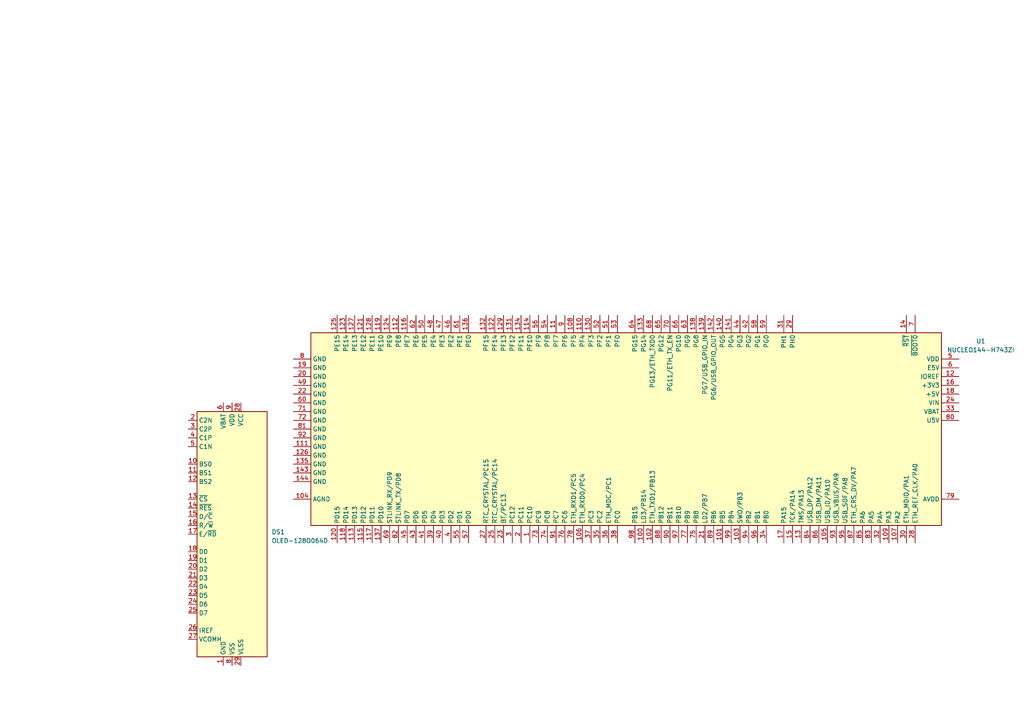
<source format=kicad_sch>
(kicad_sch (version 20230121) (generator eeschema)
  (paper "A4")
  (title_block (title "OHMIO BOX - GENERAL SCHEMATIC") (date "2023-02-14") (company "RADIO ADVICE"))
  (lib_symbols
    (symbol "Display_Graphic:OLED-128O064D"
      (property "Reference" "DS" (at -10.16 38.1 0))
      (property "Value" "OLED-128O064D" (at 12.7 38.1 0))
      (symbol "OLED-128O064D_0_1"
        (rectangle (start -10.16 35.56) (end 10.16 -35.56) (stroke (width 0.254)) (fill (type background)))
      )
      (symbol "OLED-128O064D_1_1"
        (pin power_in line (at -2.54 -38.1 90) (length 2.54) (name "GND") (number "1"))
        (pin input line (at -12.7 20.32 0) (length 2.54) (name "BS0") (number "10"))
        (pin input line (at -12.7 17.78 0) (length 2.54) (name "BS1") (number "11"))
        (pin input line (at -12.7 15.24 0) (length 2.54) (name "BS2") (number "12"))
        (pin input line (at -12.7 10.16 0) (length 2.54) (name "~{CS}") (number "13"))
        (pin input line (at -12.7 7.62 0) (length 2.54) (name "~{RES}") (number "14"))
        (pin input line (at -12.7 5.08 0) (length 2.54) (name "D/~{C}") (number "15"))
        (pin input line (at -12.7 2.54 0) (length 2.54) (name "R/~{W}") (number "16"))
        (pin input line (at -12.7 0 0) (length 2.54) (name "E/~{RD}") (number "17"))
        (pin bidirectional line (at -12.7 -5.08 0) (length 2.54) (name "D0") (number "18"))
        (pin bidirectional line (at -12.7 -7.62 0) (length 2.54) (name "D1") (number "19"))
        (pin passive line (at -12.7 33.02 0) (length 2.54) (name "C2N") (number "2"))
        (pin bidirectional line (at -12.7 -10.16 0) (length 2.54) (name "D2") (number "20"))
        (pin bidirectional line (at -12.7 -12.7 0) (length 2.54) (name "D3") (number "21"))
        (pin bidirectional line (at -12.7 -15.24 0) (length 2.54) (name "D4") (number "22"))
        (pin bidirectional line (at -12.7 -17.78 0) (length 2.54) (name "D5") (number "23"))
        (pin bidirectional line (at -12.7 -20.32 0) (length 2.54) (name "D6") (number "24"))
        (pin bidirectional line (at -12.7 -22.86 0) (length 2.54) (name "D7") (number "25"))
        (pin passive line (at -12.7 -27.94 0) (length 2.54) (name "IREF") (number "26"))
        (pin passive line (at -12.7 -30.48 0) (length 2.54) (name "VCOMH") (number "27"))
        (pin power_in line (at 2.54 38.1 270) (length 2.54) (name "VCC") (number "28"))
        (pin power_in line (at 2.54 -38.1 90) (length 2.54) (name "VLSS") (number "29"))
        (pin passive line (at -12.7 30.48 0) (length 2.54) (name "C2P") (number "3"))
        (pin passive line (at -2.54 -38.1 90) (length 2.54) hide (name "GND") (number "30"))
        (pin passive line (at -12.7 27.94 0) (length 2.54) (name "C1P") (number "4"))
        (pin passive line (at -12.7 25.4 0) (length 2.54) (name "C1N") (number "5"))
        (pin power_in line (at -2.54 38.1 270) (length 2.54) (name "VBAT") (number "6"))
        (pin no_connect line (at 10.16 0 180) (length 2.54) hide (name "NC") (number "7"))
        (pin power_in line (at 0 -38.1 90) (length 2.54) (name "VSS") (number "8"))
        (pin power_in line (at 0 38.1 270) (length 2.54) (name "VDD") (number "9"))
      )
    )
    (symbol "MCU_Module:NUCLEO144-H743ZI"
      (property "Reference" "U" (at -22.86 94.615 0))
      (property "Value" "NUCLEO144-H743ZI" (at -22.86 92.71 0))
      (symbol "NUCLEO144-H743ZI_0_1"
        (rectangle (start -27.94 -91.44) (end 27.94 91.44) (stroke (width 0.254)) (fill (type background)))
      )
      (symbol "NUCLEO144-H743ZI_1_1"
        (pin bidirectional line (at 33.02 -27.94 180) (length 5.08) (name "PC10") (number "1"))
        (pin no_connect line (at -27.94 55.88 0) (length 5.08) hide (name "NC") (number "10"))
        (pin bidirectional line (at 33.02 5.08 180) (length 5.08) (name "LD3/PB14") (number "100"))
        (pin bidirectional line (at 33.02 27.94 180) (length 5.08) (name "PB5") (number "101"))
        (pin bidirectional line (at 33.02 7.62 180) (length 5.08) (name "ETH_TXD1/PB13") (number "102"))
        (pin bidirectional line (at 33.02 33.02 180) (length 5.08) (name "SWO/PB3") (number "103"))
        (pin power_in line (at 20.32 -96.52 90) (length 5.08) (name "AGND") (number "104"))
        (pin bidirectional line (at 33.02 58.42 180) (length 5.08) (name "USB_ID/PA10") (number "105"))
        (pin bidirectional line (at 33.02 -12.7 180) (length 5.08) (name "ETH_RXD0/PC4") (number "106"))
        (pin bidirectional line (at 33.02 78.74 180) (length 5.08) (name "PA2") (number "107"))
        (pin bidirectional line (at -33.02 -15.24 0) (length 5.08) (name "PF5") (number "108"))
        (pin bidirectional line (at 33.02 76.2 180) (length 5.08) (name "PA3") (number "109"))
        (pin bidirectional line (at -33.02 -20.32 0) (length 5.08) (name "PF7") (number "11"))
        (pin bidirectional line (at -33.02 -12.7 0) (length 5.08) (name "PF4") (number "110"))
        (pin power_in line (at 5.08 -96.52 90) (length 5.08) (name "GND") (number "111"))
        (pin bidirectional line (at -33.02 -66.04 0) (length 5.08) (name "PE8") (number "112"))
        (pin bidirectional line (at 33.02 -78.74 180) (length 5.08) (name "PD13") (number "113"))
        (pin bidirectional line (at -33.02 -27.94 0) (length 5.08) (name "PF10") (number "114"))
        (pin bidirectional line (at 33.02 -76.2 180) (length 5.08) (name "PD12") (number "115"))
        (pin bidirectional line (at -33.02 -63.5 0) (length 5.08) (name "PE7") (number "116"))
        (pin bidirectional line (at 33.02 -73.66 180) (length 5.08) (name "PD11") (number "117"))
        (pin bidirectional line (at 33.02 -81.28 180) (length 5.08) (name "PD14") (number "118"))
        (pin bidirectional line (at -33.02 -71.12 0) (length 5.08) (name "PE10") (number "119"))
        (pin power_in line (at -15.24 96.52 270) (length 5.08) (name "IOREF") (number "12"))
        (pin bidirectional line (at 33.02 -83.82 180) (length 5.08) (name "PD15") (number "120"))
        (pin bidirectional line (at -33.02 -76.2 0) (length 5.08) (name "PE12") (number "121"))
        (pin bidirectional line (at -33.02 -38.1 0) (length 5.08) (name "PF14") (number "122"))
        (pin bidirectional line (at -33.02 -81.28 0) (length 5.08) (name "PE14") (number "123"))
        (pin bidirectional line (at -33.02 -68.58 0) (length 5.08) (name "PE9") (number "124"))
        (pin bidirectional line (at -33.02 -83.82 0) (length 5.08) (name "PE15") (number "125"))
        (pin power_in line (at 7.62 -96.52 90) (length 5.08) (name "GND") (number "126"))
        (pin bidirectional line (at -33.02 -78.74 0) (length 5.08) (name "PE13") (number "127"))
        (pin bidirectional line (at -33.02 -73.66 0) (length 5.08) (name "PE11") (number "128"))
        (pin bidirectional line (at -33.02 -35.56 0) (length 5.08) (name "PF13") (number "129"))
        (pin bidirectional line (at 33.02 50.8 180) (length 5.08) (name "TMS/PA13") (number "13"))
        (pin bidirectional line (at -33.02 -10.16 0) (length 5.08) (name "PF3") (number "130"))
        (pin bidirectional line (at -33.02 -33.02 0) (length 5.08) (name "PF12") (number "131"))
        (pin bidirectional line (at -33.02 -40.64 0) (length 5.08) (name "PF15") (number "132"))
        (pin bidirectional line (at -33.02 5.08 0) (length 5.08) (name "PG14") (number "133"))
        (pin bidirectional line (at -33.02 -30.48 0) (length 5.08) (name "PF11") (number "134"))
        (pin power_in line (at 10.16 -96.52 90) (length 5.08) (name "GND") (number "135"))
        (pin bidirectional line (at -33.02 -45.72 0) (length 5.08) (name "PE0") (number "136"))
        (pin bidirectional line (at 33.02 -71.12 180) (length 5.08) (name "PD10") (number "137"))
        (pin bidirectional line (at -33.02 20.32 0) (length 5.08) (name "PG8") (number "138"))
        (pin bidirectional line (at -33.02 22.86 0) (length 5.08) (name "PG7/USB_GPIO_IN") (number "139"))
        (pin input line (at -33.02 81.28 0) (length 5.08) (name "~{RST}") (number "14"))
        (pin bidirectional line (at -33.02 27.94 0) (length 5.08) (name "PG5") (number "140"))
        (pin bidirectional line (at -33.02 30.48 0) (length 5.08) (name "PG4") (number "141"))
        (pin bidirectional line (at -33.02 25.4 0) (length 5.08) (name "PG6/USB_GPIO_OUT") (number "142"))
        (pin power_in line (at 12.7 -96.52 90) (length 5.08) (name "GND") (number "143"))
        (pin power_in line (at 15.24 -96.52 90) (length 5.08) (name "GND") (number "144"))
        (pin bidirectional line (at 33.02 48.26 180) (length 5.08) (name "TCK/PA14") (number "15"))
        (pin power_in line (at -12.7 96.52 270) (length 5.08) (name "+3V3") (number "16"))
        (pin bidirectional line (at 33.02 45.72 180) (length 5.08) (name "PA15") (number "17"))
        (pin power_in line (at -10.16 96.52 270) (length 5.08) (name "+5V") (number "18"))
        (pin power_in line (at -17.78 -96.52 90) (length 5.08) (name "GND") (number "19"))
        (pin bidirectional line (at 33.02 -30.48 180) (length 5.08) (name "PC11") (number "2"))
        (pin power_in line (at -15.24 -96.52 90) (length 5.08) (name "GND") (number "20"))
        (pin bidirectional line (at 33.02 22.86 180) (length 5.08) (name "LD2/PB7") (number "21"))
        (pin power_in line (at -10.16 -96.52 90) (length 5.08) (name "GND") (number "22"))
        (pin bidirectional line (at 33.02 -35.56 180) (length 5.08) (name "BT/PC13") (number "23"))
        (pin power_in line (at -7.62 96.52 270) (length 5.08) (name "VIN") (number "24"))
        (pin bidirectional line (at 33.02 -38.1 180) (length 5.08) (name "RTC_CRYSTAL/PC14") (number "25"))
        (pin no_connect line (at -27.94 58.42 0) (length 5.08) hide (name "NC") (number "26"))
        (pin bidirectional line (at 33.02 -40.64 180) (length 5.08) (name "RTC_CRYSTAL/PC15") (number "27"))
        (pin bidirectional line (at 33.02 83.82 180) (length 5.08) (name "ETH_REF_CLK/PA0") (number "28"))
        (pin bidirectional line (at -33.02 48.26 0) (length 5.08) (name "PH0") (number "29"))
        (pin bidirectional line (at 33.02 -33.02 180) (length 5.08) (name "PC12") (number "3"))
        (pin bidirectional line (at 33.02 81.28 180) (length 5.08) (name "ETH_MDIO/PA1") (number "30"))
        (pin bidirectional line (at -33.02 45.72 0) (length 5.08) (name "PH1") (number "31"))
        (pin bidirectional line (at 33.02 73.66 180) (length 5.08) (name "PA4") (number "32"))
        (pin power_in line (at -5.08 96.52 270) (length 5.08) (name "VBAT") (number "33"))
        (pin bidirectional line (at 33.02 40.64 180) (length 5.08) (name "PB0") (number "34"))
        (pin bidirectional line (at 33.02 -7.62 180) (length 5.08) (name "PC2") (number "35"))
        (pin bidirectional line (at 33.02 -5.08 180) (length 5.08) (name "ETH_MDC/PC1") (number "36"))
        (pin bidirectional line (at 33.02 -10.16 180) (length 5.08) (name "PC3") (number "37"))
        (pin bidirectional line (at 33.02 -2.54 180) (length 5.08) (name "PC0") (number "38"))
        (pin bidirectional line (at 33.02 -55.88 180) (length 5.08) (name "PD4") (number "39"))
        (pin bidirectional line (at 33.02 -50.8 180) (length 5.08) (name "PD2") (number "4"))
        (pin bidirectional line (at 33.02 -53.34 180) (length 5.08) (name "PD3") (number "40"))
        (pin bidirectional line (at 33.02 -58.42 180) (length 5.08) (name "PD5") (number "41"))
        (pin bidirectional line (at -33.02 35.56 0) (length 5.08) (name "PG2") (number "42"))
        (pin bidirectional line (at 33.02 -60.96 180) (length 5.08) (name "PD6") (number "43"))
        (pin bidirectional line (at -33.02 33.02 0) (length 5.08) (name "PG3") (number "44"))
        (pin bidirectional line (at 33.02 -63.5 180) (length 5.08) (name "PD7") (number "45"))
        (pin bidirectional line (at -33.02 -50.8 0) (length 5.08) (name "PE2") (number "46"))
        (pin bidirectional line (at -33.02 -53.34 0) (length 5.08) (name "PE3") (number "47"))
        (pin bidirectional line (at -33.02 -55.88 0) (length 5.08) (name "PE4") (number "48"))
        (pin power_in line (at -12.7 -96.52 90) (length 5.08) (name "GND") (number "49"))
        (pin power_in line (at -20.32 96.52 270) (length 5.08) (name "VDD") (number "5"))
        (pin bidirectional line (at -33.02 -58.42 0) (length 5.08) (name "PE5") (number "50"))
        (pin bidirectional line (at -33.02 -5.08 0) (length 5.08) (name "PF1") (number "51"))
        (pin bidirectional line (at -33.02 -7.62 0) (length 5.08) (name "PF2") (number "52"))
        (pin bidirectional line (at -33.02 -2.54 0) (length 5.08) (name "PF0") (number "53"))
        (pin bidirectional line (at -33.02 -22.86 0) (length 5.08) (name "PF8") (number "54"))
        (pin bidirectional line (at 33.02 -48.26 180) (length 5.08) (name "PD1") (number "55"))
        (pin bidirectional line (at -33.02 -25.4 0) (length 5.08) (name "PF9") (number "56"))
        (pin bidirectional line (at 33.02 -45.72 180) (length 5.08) (name "PD0") (number "57"))
        (pin bidirectional line (at -33.02 38.1 0) (length 5.08) (name "PG1") (number "58"))
        (pin bidirectional line (at -33.02 40.64 0) (length 5.08) (name "PG0") (number "59"))
        (pin power_in line (at -17.78 96.52 270) (length 5.08) (name "E5V") (number "6"))
        (pin power_in line (at -7.62 -96.52 90) (length 5.08) (name "GND") (number "60"))
        (pin bidirectional line (at -33.02 -48.26 0) (length 5.08) (name "PE1") (number "61"))
        (pin bidirectional line (at -33.02 -60.96 0) (length 5.08) (name "PE6") (number "62"))
        (pin bidirectional line (at -33.02 17.78 0) (length 5.08) (name "PG9") (number "63"))
        (pin bidirectional line (at -33.02 2.54 0) (length 5.08) (name "PG15") (number "64"))
        (pin bidirectional line (at -33.02 10.16 0) (length 5.08) (name "PG12") (number "65"))
        (pin bidirectional line (at -33.02 15.24 0) (length 5.08) (name "PG10") (number "66"))
        (pin no_connect line (at -27.94 53.34 0) (length 5.08) hide (name "NC") (number "67"))
        (pin bidirectional line (at -33.02 7.62 0) (length 5.08) (name "PG13/ETH_TXD0") (number "68"))
        (pin bidirectional line (at 33.02 -68.58 180) (length 5.08) (name "STLINK_RX/PD9") (number "69"))
        (pin input line (at -33.02 83.82 0) (length 5.08) (name "~{BOOT0}") (number "7"))
        (pin bidirectional line (at -33.02 12.7 0) (length 5.08) (name "PG11/ETH_TX_EN") (number "70"))
        (pin power_in line (at -5.08 -96.52 90) (length 5.08) (name "GND") (number "71"))
        (pin power_in line (at -2.54 -96.52 90) (length 5.08) (name "GND") (number "72"))
        (pin bidirectional line (at 33.02 -25.4 180) (length 5.08) (name "PC9") (number "73"))
        (pin bidirectional line (at 33.02 -22.86 180) (length 5.08) (name "PC8") (number "74"))
        (pin bidirectional line (at 33.02 20.32 180) (length 5.08) (name "PB8") (number "75"))
        (pin bidirectional line (at 33.02 -17.78 180) (length 5.08) (name "PC6") (number "76"))
        (pin bidirectional line (at 33.02 17.78 180) (length 5.08) (name "PB9") (number "77"))
        (pin bidirectional line (at 33.02 -15.24 180) (length 5.08) (name "ETH_RXD1/PC5") (number "78"))
        (pin power_in line (at 20.32 96.52 270) (length 5.08) (name "AVDD") (number "79"))
        (pin power_in line (at -20.32 -96.52 90) (length 5.08) (name "GND") (number "8"))
        (pin power_in line (at -2.54 96.52 270) (length 5.08) (name "U5V") (number "80"))
        (pin power_in line (at 0 -96.52 90) (length 5.08) (name "GND") (number "81"))
        (pin bidirectional line (at 33.02 -66.04 180) (length 5.08) (name "STLINK_TX/PD8") (number "82"))
        (pin bidirectional line (at 33.02 71.12 180) (length 5.08) (name "PA5") (number "83"))
        (pin bidirectional line (at 33.02 53.34 180) (length 5.08) (name "USB_DP/PA12") (number "84"))
        (pin bidirectional line (at 33.02 68.58 180) (length 5.08) (name "PA6") (number "85"))
        (pin bidirectional line (at 33.02 55.88 180) (length 5.08) (name "USB_DM/PA11") (number "86"))
        (pin bidirectional line (at 33.02 66.04 180) (length 5.08) (name "ETH_CRS_DV/PA7") (number "87"))
        (pin bidirectional line (at 33.02 10.16 180) (length 5.08) (name "PB12") (number "88"))
        (pin bidirectional line (at 33.02 25.4 180) (length 5.08) (name "PB6") (number "89"))
        (pin bidirectional line (at -33.02 -17.78 0) (length 5.08) (name "PF6") (number "9"))
        (pin bidirectional line (at 33.02 12.7 180) (length 5.08) (name "PB11") (number "90"))
        (pin bidirectional line (at 33.02 -20.32 180) (length 5.08) (name "PC7") (number "91"))
        (pin power_in line (at 2.54 -96.52 90) (length 5.08) (name "GND") (number "92"))
        (pin bidirectional line (at 33.02 60.96 180) (length 5.08) (name "USB_VBUS/PA9") (number "93"))
        (pin bidirectional line (at 33.02 35.56 180) (length 5.08) (name "PB2") (number "94"))
        (pin bidirectional line (at 33.02 63.5 180) (length 5.08) (name "USB_SOF/PA8") (number "95"))
        (pin bidirectional line (at 33.02 38.1 180) (length 5.08) (name "PB1") (number "96"))
        (pin bidirectional line (at 33.02 15.24 180) (length 5.08) (name "PB10") (number "97"))
        (pin bidirectional line (at 33.02 2.54 180) (length 5.08) (name "PB15") (number "98"))
        (pin bidirectional line (at 33.02 30.48 180) (length 5.08) (name "PB4") (number "99"))
      )
    )
  )
  (symbol (lib_id "Display_Graphic:OLED-128O064D") (at 67.31 154.94 0) (unit 1)
    (property "Reference" "DS1" (at 78.74 154.305 0) (effects (justify left)))
    (property "Value" "OLED-128O064D" (at 78.74 156.845 0) (effects (justify left)))
    (property "Footprint" "Display:OLED-128O064D" (effects hide))
    (property "Datasheet" "https://www.vishay.com/docs/37902/oled128o064dbpp3n00000.pdf" (effects hide))
  )
  (symbol (lib_id "MCU_Module:NUCLEO144-H743ZI") (at 181.61 124.46 270) (unit 1)
    (property "Reference" "U1" (at 284.48 98.9583 90))
    (property "Value" "NUCLEO144-H743ZI" (at 284.48 101.4983 90))
    (property "Footprint" "Module:ST_Morpho_Connector_144_STLink" (effects hide))
    (property "Datasheet" "https://www.st.com/resource/en/user_manual/dm00244518-stm32-nucleo144-boards-stmicroelectronics.pdf" (effects hide))
  )
)
</source>
